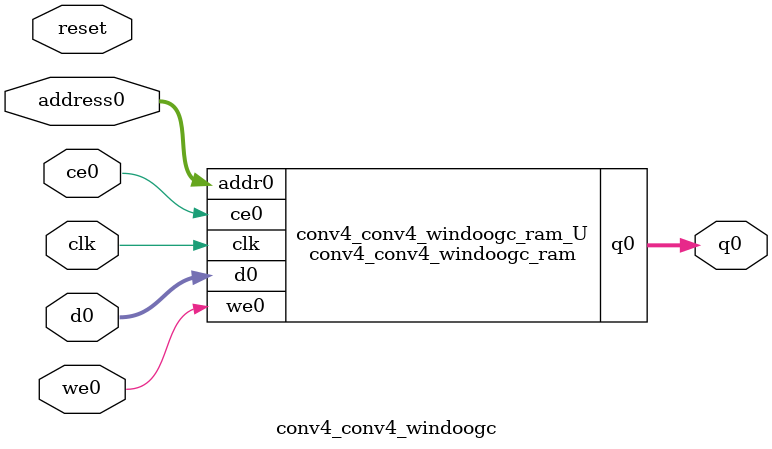
<source format=v>
`timescale 1 ns / 1 ps
module conv4_conv4_windoogc_ram (addr0, ce0, d0, we0, q0,  clk);

parameter DWIDTH = 5;
parameter AWIDTH = 6;
parameter MEM_SIZE = 64;

input[AWIDTH-1:0] addr0;
input ce0;
input[DWIDTH-1:0] d0;
input we0;
output reg[DWIDTH-1:0] q0;
input clk;

(* ram_style = "distributed" *)reg [DWIDTH-1:0] ram[0:MEM_SIZE-1];




always @(posedge clk)  
begin 
    if (ce0) begin
        if (we0) 
            ram[addr0] <= d0; 
        q0 <= ram[addr0];
    end
end


endmodule

`timescale 1 ns / 1 ps
module conv4_conv4_windoogc(
    reset,
    clk,
    address0,
    ce0,
    we0,
    d0,
    q0);

parameter DataWidth = 32'd5;
parameter AddressRange = 32'd64;
parameter AddressWidth = 32'd6;
input reset;
input clk;
input[AddressWidth - 1:0] address0;
input ce0;
input we0;
input[DataWidth - 1:0] d0;
output[DataWidth - 1:0] q0;



conv4_conv4_windoogc_ram conv4_conv4_windoogc_ram_U(
    .clk( clk ),
    .addr0( address0 ),
    .ce0( ce0 ),
    .we0( we0 ),
    .d0( d0 ),
    .q0( q0 ));

endmodule


</source>
